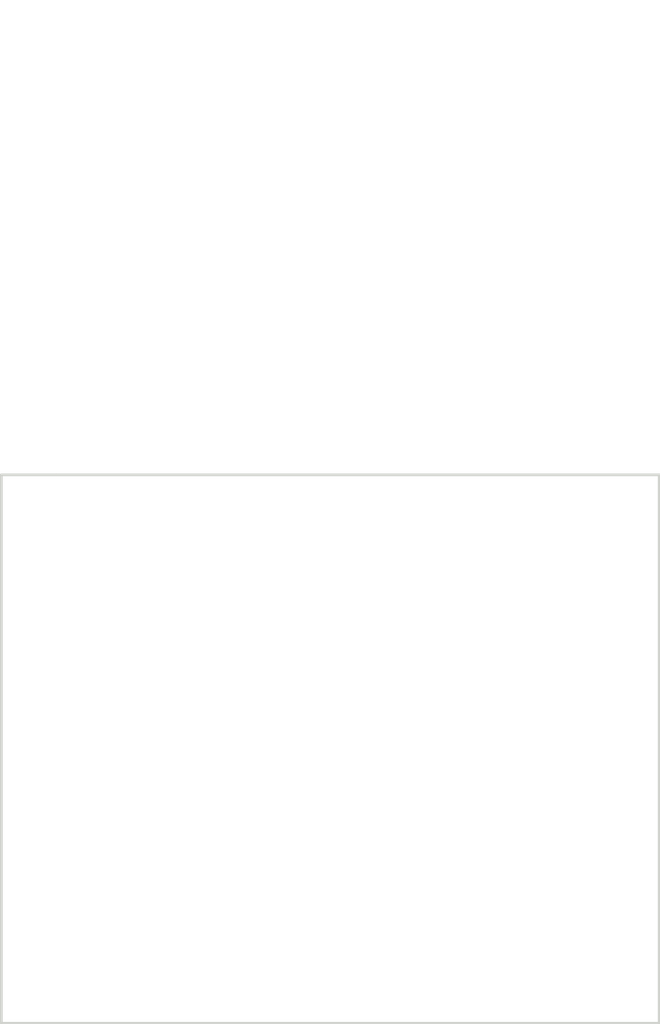
<source format=kicad_pcb>
(kicad_pcb (version 20211014) (generator pcbnew)

  (general
    (thickness 1.6)
  )

  (paper "A4")
  (layers
    (0 "F.Cu" signal)
    (31 "B.Cu" signal)
    (32 "B.Adhes" user "B.Adhesive")
    (33 "F.Adhes" user "F.Adhesive")
    (34 "B.Paste" user)
    (35 "F.Paste" user)
    (36 "B.SilkS" user "B.Silkscreen")
    (37 "F.SilkS" user "F.Silkscreen")
    (38 "B.Mask" user)
    (39 "F.Mask" user)
    (40 "Dwgs.User" user "User.Drawings")
    (41 "Cmts.User" user "User.Comments")
    (42 "Eco1.User" user "User.Eco1")
    (43 "Eco2.User" user "User.Eco2")
    (44 "Edge.Cuts" user)
    (45 "Margin" user)
    (46 "B.CrtYd" user "B.Courtyard")
    (47 "F.CrtYd" user "F.Courtyard")
    (48 "B.Fab" user)
    (49 "F.Fab" user)
  )

  (setup
    (pad_to_mask_clearance 0)
    (pcbplotparams
      (layerselection 0x00010fc_ffffffff)
      (disableapertmacros false)
      (usegerberextensions false)
      (usegerberattributes true)
      (usegerberadvancedattributes true)
      (creategerberjobfile true)
      (svguseinch false)
      (svgprecision 6)
      (excludeedgelayer true)
      (plotframeref false)
      (viasonmask false)
      (mode 1)
      (useauxorigin false)
      (hpglpennumber 1)
      (hpglpenspeed 20)
      (hpglpendiameter 15.000000)
      (dxfpolygonmode true)
      (dxfimperialunits true)
      (dxfusepcbnewfont true)
      (psnegative false)
      (psa4output false)
      (plotreference true)
      (plotvalue true)
      (plotinvisibletext false)
      (sketchpadsonfab false)
      (subtractmaskfromsilk false)
      (outputformat 1)
      (mirror false)
      (drillshape 1)
      (scaleselection 1)
      (outputdirectory "")
    )
  )

  (net 0 "")

  (gr_line (start 128 79) (end 129 79) (layer "Edge.Cuts") (width 0.05) (tstamp 00000000-0000-0000-0000-000066264cde))
  (gr_line (start 129 79) (end 140 79) (layer "Edge.Cuts") (width 0.05) (tstamp 5de1bd25-a4a5-45a4-9974-9a84b3d8f3e2))
  (gr_line (start 140 89) (end 128 89) (layer "Edge.Cuts") (width 0.05) (tstamp 79b44144-1530-48c3-8727-a3fdfdfc2e24))
  (gr_line (start 128 89) (end 128 79) (layer "Edge.Cuts") (width 0.05) (tstamp bac198cf-ed66-44d3-b2c5-08fe718b4d73))
  (gr_line (start 140 79) (end 140 89) (layer "Edge.Cuts") (width 0.05) (tstamp ce015dd4-1c29-4544-a412-611f6db6289c))
  (gr_text "Drawings" (at 130 81) (layer "Dwgs.User") (tstamp 8dd1b917-5ed2-4f46-9fd2-935cf6708fa4)
    (effects (font (size 1 1) (thickness 0.15)) (justify left))
  )
  (gr_text "Drawings" (at 129.67 71.19) (layer "Dwgs.User") (tstamp bcf68808-039c-4346-b66a-dcbee36401dc)
    (effects (font (size 1 1) (thickness 0.15)) (justify left))
  )
  (gr_text "Comments" (at 130 83) (layer "Cmts.User") (tstamp 584f4036-e104-4439-9b91-67ab011fdee5)
    (effects (font (size 1 1) (thickness 0.15)) (justify left))
  )
  (gr_text "Comments" (at 129.67 73.19) (layer "Cmts.User") (tstamp a8603a13-2ef3-4e29-b2fe-7786b4986a38)
    (effects (font (size 1 1) (thickness 0.15)) (justify left))
  )
  (gr_text "Eco1" (at 132 85) (layer "Eco1.User") (tstamp 0ceaadfb-31c2-4706-8346-8f4270319d7c)
    (effects (font (size 1 1) (thickness 0.15)))
  )
  (gr_text "Eco1" (at 131.67 75.19) (layer "Eco1.User") (tstamp f01f8c68-9033-424f-822a-909d88f9d3dc)
    (effects (font (size 1 1) (thickness 0.15)))
  )
  (gr_text "Eco2" (at 132 87) (layer "Eco2.User") (tstamp 42a9eafc-149c-4152-9757-7fa46195223b)
    (effects (font (size 1 1) (thickness 0.15)))
  )
  (gr_text "Eco2" (at 131.67 77.19) (layer "Eco2.User") (tstamp 9b93cfc0-f120-4d49-a63e-fdcfcd40d189)
    (effects (font (size 1 1) (thickness 0.15)))
  )

)

</source>
